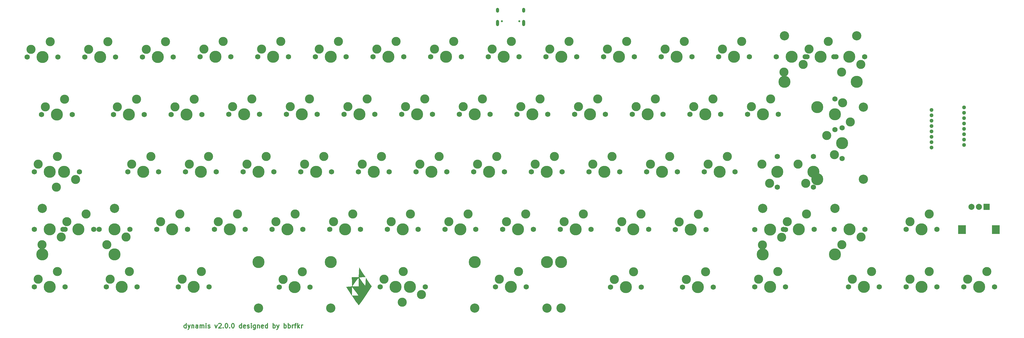
<source format=gbr>
%TF.GenerationSoftware,KiCad,Pcbnew,(6.0.5)*%
%TF.CreationDate,2023-05-18T02:22:56+09:00*%
%TF.ProjectId,dynamis,64796e61-6d69-4732-9e6b-696361645f70,v2.0.0*%
%TF.SameCoordinates,Original*%
%TF.FileFunction,Soldermask,Top*%
%TF.FilePolarity,Negative*%
%FSLAX46Y46*%
G04 Gerber Fmt 4.6, Leading zero omitted, Abs format (unit mm)*
G04 Created by KiCad (PCBNEW (6.0.5)) date 2023-05-18 02:22:56*
%MOMM*%
%LPD*%
G01*
G04 APERTURE LIST*
%ADD10C,0.300000*%
%ADD11C,3.000000*%
%ADD12C,3.987800*%
%ADD13C,1.750000*%
%ADD14C,3.048000*%
%ADD15R,2.000000X2.000000*%
%ADD16C,2.000000*%
%ADD17R,2.500000X3.000000*%
%ADD18C,0.650000*%
%ADD19O,1.000000X2.100000*%
%ADD20O,1.000000X1.600000*%
%ADD21C,1.300000*%
G04 APERTURE END LIST*
D10*
X195628571Y-261178571D02*
X195628571Y-259678571D01*
X195628571Y-261107142D02*
X195485714Y-261178571D01*
X195200000Y-261178571D01*
X195057142Y-261107142D01*
X194985714Y-261035714D01*
X194914285Y-260892857D01*
X194914285Y-260464285D01*
X194985714Y-260321428D01*
X195057142Y-260250000D01*
X195200000Y-260178571D01*
X195485714Y-260178571D01*
X195628571Y-260250000D01*
X196200000Y-260178571D02*
X196557142Y-261178571D01*
X196914285Y-260178571D02*
X196557142Y-261178571D01*
X196414285Y-261535714D01*
X196342857Y-261607142D01*
X196200000Y-261678571D01*
X197485714Y-260178571D02*
X197485714Y-261178571D01*
X197485714Y-260321428D02*
X197557142Y-260250000D01*
X197700000Y-260178571D01*
X197914285Y-260178571D01*
X198057142Y-260250000D01*
X198128571Y-260392857D01*
X198128571Y-261178571D01*
X199485714Y-261178571D02*
X199485714Y-260392857D01*
X199414285Y-260250000D01*
X199271428Y-260178571D01*
X198985714Y-260178571D01*
X198842857Y-260250000D01*
X199485714Y-261107142D02*
X199342857Y-261178571D01*
X198985714Y-261178571D01*
X198842857Y-261107142D01*
X198771428Y-260964285D01*
X198771428Y-260821428D01*
X198842857Y-260678571D01*
X198985714Y-260607142D01*
X199342857Y-260607142D01*
X199485714Y-260535714D01*
X200200000Y-261178571D02*
X200200000Y-260178571D01*
X200200000Y-260321428D02*
X200271428Y-260250000D01*
X200414285Y-260178571D01*
X200628571Y-260178571D01*
X200771428Y-260250000D01*
X200842857Y-260392857D01*
X200842857Y-261178571D01*
X200842857Y-260392857D02*
X200914285Y-260250000D01*
X201057142Y-260178571D01*
X201271428Y-260178571D01*
X201414285Y-260250000D01*
X201485714Y-260392857D01*
X201485714Y-261178571D01*
X202200000Y-261178571D02*
X202200000Y-260178571D01*
X202200000Y-259678571D02*
X202128571Y-259750000D01*
X202200000Y-259821428D01*
X202271428Y-259750000D01*
X202200000Y-259678571D01*
X202200000Y-259821428D01*
X202842857Y-261107142D02*
X202985714Y-261178571D01*
X203271428Y-261178571D01*
X203414285Y-261107142D01*
X203485714Y-260964285D01*
X203485714Y-260892857D01*
X203414285Y-260750000D01*
X203271428Y-260678571D01*
X203057142Y-260678571D01*
X202914285Y-260607142D01*
X202842857Y-260464285D01*
X202842857Y-260392857D01*
X202914285Y-260250000D01*
X203057142Y-260178571D01*
X203271428Y-260178571D01*
X203414285Y-260250000D01*
X205128571Y-260178571D02*
X205485714Y-261178571D01*
X205842857Y-260178571D01*
X206342857Y-259821428D02*
X206414285Y-259750000D01*
X206557142Y-259678571D01*
X206914285Y-259678571D01*
X207057142Y-259750000D01*
X207128571Y-259821428D01*
X207200000Y-259964285D01*
X207200000Y-260107142D01*
X207128571Y-260321428D01*
X206271428Y-261178571D01*
X207200000Y-261178571D01*
X207842857Y-261035714D02*
X207914285Y-261107142D01*
X207842857Y-261178571D01*
X207771428Y-261107142D01*
X207842857Y-261035714D01*
X207842857Y-261178571D01*
X208842857Y-259678571D02*
X208985714Y-259678571D01*
X209128571Y-259750000D01*
X209200000Y-259821428D01*
X209271428Y-259964285D01*
X209342857Y-260250000D01*
X209342857Y-260607142D01*
X209271428Y-260892857D01*
X209200000Y-261035714D01*
X209128571Y-261107142D01*
X208985714Y-261178571D01*
X208842857Y-261178571D01*
X208700000Y-261107142D01*
X208628571Y-261035714D01*
X208557142Y-260892857D01*
X208485714Y-260607142D01*
X208485714Y-260250000D01*
X208557142Y-259964285D01*
X208628571Y-259821428D01*
X208700000Y-259750000D01*
X208842857Y-259678571D01*
X209985714Y-261035714D02*
X210057142Y-261107142D01*
X209985714Y-261178571D01*
X209914285Y-261107142D01*
X209985714Y-261035714D01*
X209985714Y-261178571D01*
X210985714Y-259678571D02*
X211128571Y-259678571D01*
X211271428Y-259750000D01*
X211342857Y-259821428D01*
X211414285Y-259964285D01*
X211485714Y-260250000D01*
X211485714Y-260607142D01*
X211414285Y-260892857D01*
X211342857Y-261035714D01*
X211271428Y-261107142D01*
X211128571Y-261178571D01*
X210985714Y-261178571D01*
X210842857Y-261107142D01*
X210771428Y-261035714D01*
X210700000Y-260892857D01*
X210628571Y-260607142D01*
X210628571Y-260250000D01*
X210700000Y-259964285D01*
X210771428Y-259821428D01*
X210842857Y-259750000D01*
X210985714Y-259678571D01*
X213914285Y-261178571D02*
X213914285Y-259678571D01*
X213914285Y-261107142D02*
X213771428Y-261178571D01*
X213485714Y-261178571D01*
X213342857Y-261107142D01*
X213271428Y-261035714D01*
X213200000Y-260892857D01*
X213200000Y-260464285D01*
X213271428Y-260321428D01*
X213342857Y-260250000D01*
X213485714Y-260178571D01*
X213771428Y-260178571D01*
X213914285Y-260250000D01*
X215200000Y-261107142D02*
X215057142Y-261178571D01*
X214771428Y-261178571D01*
X214628571Y-261107142D01*
X214557142Y-260964285D01*
X214557142Y-260392857D01*
X214628571Y-260250000D01*
X214771428Y-260178571D01*
X215057142Y-260178571D01*
X215200000Y-260250000D01*
X215271428Y-260392857D01*
X215271428Y-260535714D01*
X214557142Y-260678571D01*
X215842857Y-261107142D02*
X215985714Y-261178571D01*
X216271428Y-261178571D01*
X216414285Y-261107142D01*
X216485714Y-260964285D01*
X216485714Y-260892857D01*
X216414285Y-260750000D01*
X216271428Y-260678571D01*
X216057142Y-260678571D01*
X215914285Y-260607142D01*
X215842857Y-260464285D01*
X215842857Y-260392857D01*
X215914285Y-260250000D01*
X216057142Y-260178571D01*
X216271428Y-260178571D01*
X216414285Y-260250000D01*
X217128571Y-261178571D02*
X217128571Y-260178571D01*
X217128571Y-259678571D02*
X217057142Y-259750000D01*
X217128571Y-259821428D01*
X217200000Y-259750000D01*
X217128571Y-259678571D01*
X217128571Y-259821428D01*
X218485714Y-260178571D02*
X218485714Y-261392857D01*
X218414285Y-261535714D01*
X218342857Y-261607142D01*
X218200000Y-261678571D01*
X217985714Y-261678571D01*
X217842857Y-261607142D01*
X218485714Y-261107142D02*
X218342857Y-261178571D01*
X218057142Y-261178571D01*
X217914285Y-261107142D01*
X217842857Y-261035714D01*
X217771428Y-260892857D01*
X217771428Y-260464285D01*
X217842857Y-260321428D01*
X217914285Y-260250000D01*
X218057142Y-260178571D01*
X218342857Y-260178571D01*
X218485714Y-260250000D01*
X219200000Y-260178571D02*
X219200000Y-261178571D01*
X219200000Y-260321428D02*
X219271428Y-260250000D01*
X219414285Y-260178571D01*
X219628571Y-260178571D01*
X219771428Y-260250000D01*
X219842857Y-260392857D01*
X219842857Y-261178571D01*
X221128571Y-261107142D02*
X220985714Y-261178571D01*
X220700000Y-261178571D01*
X220557142Y-261107142D01*
X220485714Y-260964285D01*
X220485714Y-260392857D01*
X220557142Y-260250000D01*
X220700000Y-260178571D01*
X220985714Y-260178571D01*
X221128571Y-260250000D01*
X221200000Y-260392857D01*
X221200000Y-260535714D01*
X220485714Y-260678571D01*
X222485714Y-261178571D02*
X222485714Y-259678571D01*
X222485714Y-261107142D02*
X222342857Y-261178571D01*
X222057142Y-261178571D01*
X221914285Y-261107142D01*
X221842857Y-261035714D01*
X221771428Y-260892857D01*
X221771428Y-260464285D01*
X221842857Y-260321428D01*
X221914285Y-260250000D01*
X222057142Y-260178571D01*
X222342857Y-260178571D01*
X222485714Y-260250000D01*
X224342857Y-261178571D02*
X224342857Y-259678571D01*
X224342857Y-260250000D02*
X224485714Y-260178571D01*
X224771428Y-260178571D01*
X224914285Y-260250000D01*
X224985714Y-260321428D01*
X225057142Y-260464285D01*
X225057142Y-260892857D01*
X224985714Y-261035714D01*
X224914285Y-261107142D01*
X224771428Y-261178571D01*
X224485714Y-261178571D01*
X224342857Y-261107142D01*
X225557142Y-260178571D02*
X225914285Y-261178571D01*
X226271428Y-260178571D02*
X225914285Y-261178571D01*
X225771428Y-261535714D01*
X225700000Y-261607142D01*
X225557142Y-261678571D01*
X227985714Y-261178571D02*
X227985714Y-259678571D01*
X227985714Y-260250000D02*
X228128571Y-260178571D01*
X228414285Y-260178571D01*
X228557142Y-260250000D01*
X228628571Y-260321428D01*
X228700000Y-260464285D01*
X228700000Y-260892857D01*
X228628571Y-261035714D01*
X228557142Y-261107142D01*
X228414285Y-261178571D01*
X228128571Y-261178571D01*
X227985714Y-261107142D01*
X229342857Y-261178571D02*
X229342857Y-259678571D01*
X229342857Y-260250000D02*
X229485714Y-260178571D01*
X229771428Y-260178571D01*
X229914285Y-260250000D01*
X229985714Y-260321428D01*
X230057142Y-260464285D01*
X230057142Y-260892857D01*
X229985714Y-261035714D01*
X229914285Y-261107142D01*
X229771428Y-261178571D01*
X229485714Y-261178571D01*
X229342857Y-261107142D01*
X230700000Y-261178571D02*
X230700000Y-260178571D01*
X230700000Y-260464285D02*
X230771428Y-260321428D01*
X230842857Y-260250000D01*
X230985714Y-260178571D01*
X231128571Y-260178571D01*
X231414285Y-260178571D02*
X231985714Y-260178571D01*
X231628571Y-261178571D02*
X231628571Y-259892857D01*
X231700000Y-259750000D01*
X231842857Y-259678571D01*
X231985714Y-259678571D01*
X232485714Y-261178571D02*
X232485714Y-259678571D01*
X232628571Y-260607142D02*
X233057142Y-261178571D01*
X233057142Y-260178571D02*
X232485714Y-260750000D01*
X233700000Y-261178571D02*
X233700000Y-260178571D01*
X233700000Y-260464285D02*
X233771428Y-260321428D01*
X233842857Y-260250000D01*
X233985714Y-260178571D01*
X234128571Y-260178571D01*
%TO.C,LOGO00*%
G36*
X250313200Y-244376054D02*
G01*
X251473382Y-244376527D01*
X252633564Y-244376999D01*
X252692582Y-242701622D01*
X252751600Y-241026244D01*
X253814129Y-242701622D01*
X254876658Y-244376999D01*
X253864929Y-244376999D01*
X253286606Y-244399347D01*
X252920413Y-244456460D01*
X252853200Y-244500674D01*
X252965302Y-244711334D01*
X253263014Y-245160944D01*
X253688444Y-245763081D01*
X253818400Y-245941555D01*
X254783600Y-247258761D01*
X254885200Y-245884960D01*
X254986800Y-244511158D01*
X255948454Y-245960311D01*
X256910108Y-247409465D01*
X254877416Y-250516032D01*
X254220981Y-251508569D01*
X253633694Y-252376405D01*
X253153848Y-253064569D01*
X252819735Y-253518088D01*
X252672472Y-253681429D01*
X252512388Y-253538316D01*
X252172065Y-253104856D01*
X251689358Y-252433622D01*
X251102125Y-251577188D01*
X250477691Y-250633429D01*
X250373253Y-250473000D01*
X250414800Y-250473000D01*
X251430800Y-250473000D01*
X252010541Y-250453093D01*
X252378389Y-250402197D01*
X252446800Y-250362401D01*
X252332389Y-250160436D01*
X252027864Y-249719657D01*
X251591281Y-249123077D01*
X251430800Y-248909698D01*
X250414800Y-247567593D01*
X250414800Y-250473000D01*
X250373253Y-250473000D01*
X248481848Y-247567593D01*
X248455162Y-247526600D01*
X249450644Y-247464637D01*
X250446126Y-247402675D01*
X250441675Y-247301325D01*
X250618000Y-247301325D01*
X250800859Y-247371893D01*
X251268374Y-247416670D01*
X251634000Y-247425000D01*
X252650000Y-247425000D01*
X252650000Y-246002600D01*
X252641836Y-245301441D01*
X252620354Y-244793406D01*
X252590063Y-244581310D01*
X252587590Y-244580200D01*
X252440509Y-244731814D01*
X252133128Y-245122679D01*
X251734910Y-245656830D01*
X251315316Y-246238298D01*
X250943810Y-246771119D01*
X250689852Y-247159324D01*
X250618000Y-247301325D01*
X250441675Y-247301325D01*
X250379663Y-245889364D01*
X250313200Y-244376054D01*
G37*
%TD*%
D11*
%TO.C,SW09_00*%
X412235000Y-176480000D03*
D12*
X414775000Y-171400000D03*
D13*
X409695000Y-171400000D03*
D11*
X418585000Y-173940000D03*
D13*
X419855000Y-171400000D03*
%TD*%
%TO.C,SW03_02*%
X185870000Y-228550000D03*
D11*
X187140000Y-226010000D03*
D13*
X196030000Y-228550000D03*
D12*
X190950000Y-228550000D03*
D11*
X193490000Y-223470000D03*
%TD*%
%TO.C,SW03_00*%
X147935000Y-233630000D03*
D13*
X155555000Y-228550000D03*
X145395000Y-228550000D03*
D12*
X150475000Y-228550000D03*
D11*
X154285000Y-231090000D03*
%TD*%
D12*
%TO.C,SW01_03*%
X214775000Y-190450000D03*
D11*
X217315000Y-185370000D03*
D13*
X219855000Y-190450000D03*
D11*
X210965000Y-187910000D03*
D13*
X209695000Y-190450000D03*
%TD*%
%TO.C,SW07_03*%
X347770000Y-209500000D03*
X357930000Y-209500000D03*
D11*
X349040000Y-206960000D03*
D12*
X352850000Y-209500000D03*
D11*
X355390000Y-204420000D03*
%TD*%
D13*
%TO.C,SW09_04*%
X424630000Y-247600000D03*
D11*
X422090000Y-242520000D03*
X415740000Y-245060000D03*
D13*
X414470000Y-247600000D03*
D12*
X419550000Y-247600000D03*
%TD*%
D13*
%TO.C,SW02_05*%
X262680000Y-209500000D03*
D11*
X260140000Y-204420000D03*
D13*
X252520000Y-209500000D03*
D12*
X257600000Y-209500000D03*
D11*
X253790000Y-206960000D03*
%TD*%
%TO.C,SW05_03*%
X334790000Y-168860000D03*
D12*
X338600000Y-171400000D03*
D11*
X341140000Y-166320000D03*
D13*
X343680000Y-171400000D03*
X333520000Y-171400000D03*
%TD*%
%TO.C,SW07_01*%
X390975000Y-214580000D03*
D11*
X385895000Y-206960000D03*
D13*
X390975000Y-204420000D03*
D12*
X390975000Y-209500000D03*
D11*
X388435000Y-213310000D03*
%TD*%
D14*
%TO.C,SWRS_L01*%
X386137000Y-221565000D03*
D13*
X392995000Y-228550000D03*
D12*
X386137000Y-236805000D03*
D11*
X400615000Y-223470000D03*
D12*
X410013000Y-236805000D03*
D11*
X394265000Y-226010000D03*
D14*
X410013000Y-221565000D03*
D12*
X398075000Y-228550000D03*
D13*
X403155000Y-228550000D03*
%TD*%
%TO.C,SW05_01*%
X381755000Y-171400000D03*
D12*
X376675000Y-171400000D03*
D11*
X372865000Y-168860000D03*
D13*
X371595000Y-171400000D03*
D11*
X379215000Y-166320000D03*
%TD*%
%TO.C,SWLS_L01*%
X162515000Y-223470000D03*
D12*
X171913000Y-236805000D03*
D13*
X165055000Y-228550000D03*
D11*
X156165000Y-226010000D03*
D13*
X154895000Y-228550000D03*
D12*
X159975000Y-228550000D03*
X148037000Y-236805000D03*
D14*
X171913000Y-221565000D03*
X148037000Y-221565000D03*
%TD*%
D11*
%TO.C,SW02_06*%
X272840000Y-206960000D03*
D13*
X271570000Y-209500000D03*
D12*
X276650000Y-209500000D03*
D11*
X279190000Y-204420000D03*
D13*
X281730000Y-209500000D03*
%TD*%
D11*
%TO.C,SW09_05*%
X384790000Y-245060000D03*
X391140000Y-242520000D03*
D13*
X393680000Y-247600000D03*
D12*
X388600000Y-247600000D03*
D13*
X383520000Y-247600000D03*
%TD*%
D11*
%TO.C,SWSP_L04*%
X266985000Y-252679450D03*
D12*
X219525100Y-239344450D03*
X269525000Y-247599450D03*
D14*
X319524900Y-254584450D03*
D12*
X319524900Y-239344450D03*
D14*
X219525100Y-254584450D03*
D13*
X274605000Y-247599450D03*
D11*
X273335000Y-250139450D03*
D13*
X264445000Y-247599450D03*
%TD*%
%TO.C,SW06_04*%
X323970000Y-190450000D03*
D12*
X329050000Y-190450000D03*
D11*
X331590000Y-185370000D03*
D13*
X334130000Y-190450000D03*
D11*
X325240000Y-187910000D03*
%TD*%
%TO.C,SW02_03*%
X222040000Y-204420000D03*
D12*
X219500000Y-209500000D03*
D13*
X224580000Y-209500000D03*
X214420000Y-209500000D03*
D11*
X215690000Y-206960000D03*
%TD*%
D12*
%TO.C,SWLS_S01*%
X171900000Y-228550000D03*
D11*
X169360000Y-233630000D03*
D13*
X166820000Y-228550000D03*
D11*
X175710000Y-231090000D03*
D13*
X176980000Y-228550000D03*
%TD*%
D11*
%TO.C,SWSP_S04*%
X260965000Y-245060000D03*
X267315000Y-242520000D03*
D13*
X269855000Y-247600000D03*
D12*
X264775000Y-247600000D03*
D13*
X259695000Y-247600000D03*
%TD*%
%TO.C,SW00_04*%
X219220000Y-171400000D03*
D11*
X226840000Y-166320000D03*
D12*
X224300000Y-171400000D03*
D11*
X220490000Y-168860000D03*
D13*
X229380000Y-171400000D03*
%TD*%
D12*
%TO.C,SW01_04*%
X233800000Y-190450000D03*
D11*
X236340000Y-185370000D03*
D13*
X228720000Y-190450000D03*
D11*
X229990000Y-187910000D03*
D13*
X238880000Y-190450000D03*
%TD*%
%TO.C,SW06_02*%
X372255000Y-190450000D03*
X362095000Y-190450000D03*
D11*
X369715000Y-185370000D03*
D12*
X367175000Y-190450000D03*
D11*
X363365000Y-187910000D03*
%TD*%
%TO.C,SW09_03*%
X441140000Y-242520000D03*
D13*
X433520000Y-247600000D03*
X443680000Y-247600000D03*
D12*
X438600000Y-247600000D03*
D11*
X434790000Y-245060000D03*
%TD*%
D12*
%TO.C,SW08_00*%
X414800000Y-228550000D03*
D11*
X418610000Y-231090000D03*
X412260000Y-233630000D03*
D13*
X409720000Y-228550000D03*
X419880000Y-228550000D03*
%TD*%
D11*
%TO.C,SWBS_S00*%
X393185000Y-176480000D03*
X399535000Y-173940000D03*
D13*
X390645000Y-171400000D03*
X400805000Y-171400000D03*
D12*
X395725000Y-171400000D03*
%TD*%
%TO.C,SW02_01*%
X181425000Y-209500000D03*
D11*
X177615000Y-206960000D03*
D13*
X186505000Y-209500000D03*
X176345000Y-209500000D03*
D11*
X183965000Y-204420000D03*
%TD*%
D13*
%TO.C,SW07_05*%
X319830000Y-209500000D03*
X309670000Y-209500000D03*
D11*
X317290000Y-204420000D03*
X310940000Y-206960000D03*
D12*
X314750000Y-209500000D03*
%TD*%
%TO.C,SW00_02*%
X186225000Y-171425000D03*
D13*
X181145000Y-171425000D03*
D11*
X182415000Y-168885000D03*
X188765000Y-166345000D03*
D13*
X191305000Y-171425000D03*
%TD*%
D11*
%TO.C,SW01_00*%
X149065000Y-187935000D03*
D12*
X152875000Y-190475000D03*
D13*
X157955000Y-190475000D03*
D11*
X155415000Y-185395000D03*
D13*
X147795000Y-190475000D03*
%TD*%
%TO.C,SW06_01*%
X391305000Y-190450000D03*
D11*
X388765000Y-185370000D03*
D12*
X386225000Y-190450000D03*
D11*
X382415000Y-187910000D03*
D13*
X381145000Y-190450000D03*
%TD*%
D11*
%TO.C,SW02_02*%
X203015000Y-204420000D03*
D13*
X205555000Y-209500000D03*
D11*
X196665000Y-206960000D03*
D12*
X200475000Y-209500000D03*
D13*
X195395000Y-209500000D03*
%TD*%
D11*
%TO.C,SW05_04*%
X315740000Y-168860000D03*
D12*
X319550000Y-171400000D03*
D13*
X314470000Y-171400000D03*
D11*
X322090000Y-166320000D03*
D13*
X324630000Y-171400000D03*
%TD*%
D15*
%TO.C,RE0*%
X460125000Y-221100000D03*
D16*
X455125000Y-221100000D03*
X457625000Y-221100000D03*
D17*
X463225000Y-228600000D03*
X452025000Y-228600000D03*
%TD*%
D12*
%TO.C,SW05_02*%
X357650000Y-171400000D03*
D13*
X352570000Y-171400000D03*
D11*
X360190000Y-166320000D03*
X353840000Y-168860000D03*
D13*
X362730000Y-171400000D03*
%TD*%
D11*
%TO.C,SW04_06*%
X337145000Y-245085000D03*
D13*
X335875000Y-247625000D03*
D12*
X340955000Y-247625000D03*
D11*
X343495000Y-242545000D03*
D13*
X346035000Y-247625000D03*
%TD*%
%TO.C,SW01_06*%
X276980000Y-190450000D03*
D11*
X274440000Y-185370000D03*
D12*
X271900000Y-190450000D03*
D11*
X268090000Y-187910000D03*
D13*
X266820000Y-190450000D03*
%TD*%
%TO.C,SW08_06*%
X281120000Y-228550000D03*
X291280000Y-228550000D03*
D11*
X282390000Y-226010000D03*
D12*
X286200000Y-228550000D03*
D11*
X288740000Y-223470000D03*
%TD*%
D14*
%TO.C,SWET_IS00*%
X419410000Y-188037000D03*
D12*
X404170000Y-188037000D03*
D13*
X412425000Y-194895000D03*
D12*
X404170000Y-211913000D03*
X412425000Y-199975000D03*
D13*
X412425000Y-205055000D03*
D11*
X409885000Y-203785000D03*
X407345000Y-197435000D03*
D14*
X419410000Y-211913000D03*
%TD*%
D13*
%TO.C,SW07_02*%
X376980000Y-209500000D03*
D11*
X368090000Y-206960000D03*
D13*
X366820000Y-209500000D03*
D11*
X374440000Y-204420000D03*
D12*
X371900000Y-209500000D03*
%TD*%
%TO.C,SW04_05*%
X314813000Y-239345000D03*
X290937000Y-239345000D03*
D13*
X307955000Y-247600000D03*
D14*
X314813000Y-254585000D03*
D12*
X302875000Y-247600000D03*
D14*
X290937000Y-254585000D03*
D11*
X305415000Y-242520000D03*
X299065000Y-245060000D03*
D13*
X297795000Y-247600000D03*
%TD*%
D11*
%TO.C,SW03_05*%
X250665000Y-223470000D03*
D12*
X248125000Y-228550000D03*
D13*
X253205000Y-228550000D03*
D11*
X244315000Y-226010000D03*
D13*
X243045000Y-228550000D03*
%TD*%
%TO.C,SW03_03*%
X204920000Y-228550000D03*
D11*
X206190000Y-226010000D03*
D13*
X215080000Y-228550000D03*
D11*
X212540000Y-223470000D03*
D12*
X210000000Y-228550000D03*
%TD*%
D13*
%TO.C,SW05_05*%
X295420000Y-171400000D03*
X305580000Y-171400000D03*
D11*
X296690000Y-168860000D03*
X303040000Y-166320000D03*
D12*
X300500000Y-171400000D03*
%TD*%
D11*
%TO.C,SW09_02*%
X460190000Y-242520000D03*
X453840000Y-245060000D03*
D12*
X457650000Y-247600000D03*
D13*
X462730000Y-247600000D03*
X452570000Y-247600000D03*
%TD*%
%TO.C,SW04_01*%
X169220000Y-247600000D03*
X179380000Y-247600000D03*
D12*
X174300000Y-247600000D03*
D11*
X176840000Y-242520000D03*
X170490000Y-245060000D03*
%TD*%
D12*
%TO.C,SW08_03*%
X343350000Y-228550000D03*
D13*
X348430000Y-228550000D03*
D11*
X339540000Y-226010000D03*
X345890000Y-223470000D03*
D13*
X338270000Y-228550000D03*
%TD*%
D11*
%TO.C,SW00_06*%
X258590000Y-168860000D03*
D13*
X267480000Y-171400000D03*
X257320000Y-171400000D03*
D11*
X264940000Y-166320000D03*
D12*
X262400000Y-171400000D03*
%TD*%
D13*
%TO.C,SW01_02*%
X200830000Y-190475000D03*
D11*
X191940000Y-187935000D03*
D13*
X190670000Y-190475000D03*
D12*
X195750000Y-190475000D03*
D11*
X198290000Y-185395000D03*
%TD*%
%TO.C,SWCL_N00*%
X159035000Y-212040000D03*
X152685000Y-214580000D03*
D13*
X160305000Y-209500000D03*
X150145000Y-209500000D03*
D12*
X155225000Y-209500000D03*
%TD*%
%TO.C,SW04_02*%
X198100000Y-247600000D03*
D13*
X203180000Y-247600000D03*
D11*
X200640000Y-242520000D03*
D13*
X193020000Y-247600000D03*
D11*
X194290000Y-245060000D03*
%TD*%
%TO.C,SW06_06*%
X287140000Y-187910000D03*
X293490000Y-185370000D03*
D12*
X290950000Y-190450000D03*
D13*
X285870000Y-190450000D03*
X296030000Y-190450000D03*
%TD*%
%TO.C,SW03_04*%
X234155000Y-228550000D03*
X223995000Y-228550000D03*
D12*
X229075000Y-228550000D03*
D11*
X225265000Y-226010000D03*
X231615000Y-223470000D03*
%TD*%
D13*
%TO.C,SW06_03*%
X353180000Y-190450000D03*
X343020000Y-190450000D03*
D12*
X348100000Y-190450000D03*
D11*
X350640000Y-185370000D03*
X344290000Y-187910000D03*
%TD*%
D12*
%TO.C,SW07_04*%
X333800000Y-209500000D03*
D11*
X336340000Y-204420000D03*
D13*
X338880000Y-209500000D03*
D11*
X329990000Y-206960000D03*
D13*
X328720000Y-209500000D03*
%TD*%
D12*
%TO.C,SW06_05*%
X310000000Y-190450000D03*
D13*
X304920000Y-190450000D03*
D11*
X312540000Y-185370000D03*
D13*
X315080000Y-190450000D03*
D11*
X306190000Y-187910000D03*
%TD*%
D13*
%TO.C,SW08_02*%
X367455000Y-228575000D03*
D11*
X358565000Y-226035000D03*
D13*
X357295000Y-228575000D03*
D12*
X362375000Y-228575000D03*
D11*
X364915000Y-223495000D03*
%TD*%
%TO.C,SW01_05*%
X255390000Y-185370000D03*
D13*
X247770000Y-190450000D03*
D12*
X252850000Y-190450000D03*
D11*
X249040000Y-187910000D03*
D13*
X257930000Y-190450000D03*
%TD*%
D11*
%TO.C,SW08_05*%
X301440000Y-226010000D03*
D12*
X305250000Y-228550000D03*
D13*
X300170000Y-228550000D03*
D11*
X307790000Y-223470000D03*
D13*
X310330000Y-228550000D03*
%TD*%
%TO.C,SWRS_S01*%
X393680000Y-228575000D03*
X383520000Y-228575000D03*
D11*
X392410000Y-231115000D03*
D12*
X388600000Y-228575000D03*
D11*
X386060000Y-233655000D03*
%TD*%
%TO.C,SW05_06*%
X283990000Y-166320000D03*
X277640000Y-168860000D03*
D13*
X286530000Y-171400000D03*
D12*
X281450000Y-171400000D03*
D13*
X276370000Y-171400000D03*
%TD*%
D12*
%TO.C,SW09_06*%
X364760000Y-247615000D03*
D11*
X367300000Y-242535000D03*
X360950000Y-245075000D03*
D13*
X359680000Y-247615000D03*
X369840000Y-247615000D03*
%TD*%
D12*
%TO.C,SW04_03*%
X231435000Y-247605000D03*
D14*
X243373000Y-254590000D03*
D13*
X226355000Y-247605000D03*
X236515000Y-247605000D03*
D14*
X219497000Y-254590000D03*
D12*
X219497000Y-239350000D03*
X243373000Y-239350000D03*
D11*
X227625000Y-245065000D03*
X233975000Y-242525000D03*
%TD*%
D12*
%TO.C,SW06_00*%
X410025000Y-190450000D03*
D13*
X410025000Y-195530000D03*
X410025000Y-185370000D03*
D11*
X412565000Y-186640000D03*
X415105000Y-192990000D03*
%TD*%
%TO.C,SW01_01*%
X172865000Y-187935000D03*
D13*
X181755000Y-190475000D03*
D11*
X179215000Y-185395000D03*
D13*
X171595000Y-190475000D03*
D12*
X176675000Y-190475000D03*
%TD*%
D11*
%TO.C,SW09_01*%
X441140000Y-223470000D03*
D12*
X438600000Y-228550000D03*
D13*
X443680000Y-228550000D03*
X433520000Y-228550000D03*
D11*
X434790000Y-226010000D03*
%TD*%
%TO.C,SW04_00*%
X146665000Y-245060000D03*
D13*
X145395000Y-247600000D03*
X155555000Y-247600000D03*
D12*
X150475000Y-247600000D03*
D11*
X153015000Y-242520000D03*
%TD*%
D13*
%TO.C,SW08_04*%
X329380000Y-228550000D03*
D11*
X326840000Y-223470000D03*
D12*
X324300000Y-228550000D03*
D13*
X319220000Y-228550000D03*
D11*
X320490000Y-226010000D03*
%TD*%
D12*
%TO.C,SW00_01*%
X167150000Y-171425000D03*
D11*
X169690000Y-166345000D03*
D13*
X172230000Y-171425000D03*
D11*
X163340000Y-168885000D03*
D13*
X162070000Y-171425000D03*
%TD*%
%TO.C,SW07_06*%
X300780000Y-209500000D03*
D11*
X291890000Y-206960000D03*
D12*
X295700000Y-209500000D03*
D13*
X290620000Y-209500000D03*
D11*
X298240000Y-204420000D03*
%TD*%
%TO.C,SWET_AN00*%
X397795000Y-206960000D03*
D13*
X402875000Y-214580000D03*
X402875000Y-204420000D03*
D12*
X402875000Y-209500000D03*
D11*
X400335000Y-213310000D03*
%TD*%
D12*
%TO.C,SW03_06*%
X267175000Y-228550000D03*
D11*
X269715000Y-223470000D03*
D13*
X262095000Y-228550000D03*
X272255000Y-228550000D03*
D11*
X263365000Y-226010000D03*
%TD*%
D13*
%TO.C,SWBS_L00*%
X410330000Y-171400550D03*
D12*
X417188000Y-179655550D03*
D11*
X401440000Y-168860550D03*
D13*
X400170000Y-171400550D03*
D14*
X393312000Y-164415550D03*
D12*
X405250000Y-171400550D03*
D14*
X417188000Y-164415550D03*
D11*
X407790000Y-166320550D03*
D12*
X393312000Y-179655550D03*
%TD*%
D11*
%TO.C,SWCL_S00*%
X153015000Y-204420000D03*
X146665000Y-206960000D03*
D13*
X155555000Y-209500000D03*
D12*
X150475000Y-209500000D03*
D13*
X145395000Y-209500000D03*
%TD*%
D12*
%TO.C,SW02_04*%
X238550000Y-209500000D03*
D11*
X241090000Y-204420000D03*
D13*
X233470000Y-209500000D03*
X243630000Y-209500000D03*
D11*
X234740000Y-206960000D03*
%TD*%
%TO.C,SW00_00*%
X150640000Y-166345000D03*
X144290000Y-168885000D03*
D12*
X148100000Y-171425000D03*
D13*
X153180000Y-171425000D03*
X143020000Y-171425000D03*
%TD*%
%TO.C,SW00_05*%
X248430000Y-171400000D03*
X238270000Y-171400000D03*
D11*
X245890000Y-166320000D03*
X239540000Y-168860000D03*
D12*
X243350000Y-171400000D03*
%TD*%
D11*
%TO.C,SW00_03*%
X207815000Y-166320000D03*
D13*
X210355000Y-171400000D03*
X200195000Y-171400000D03*
D11*
X201465000Y-168860000D03*
D12*
X205275000Y-171400000D03*
%TD*%
D18*
%TO.C,J0*%
X305740000Y-159625000D03*
X299960000Y-159625000D03*
D19*
X307170000Y-160155000D03*
D20*
X298530000Y-155975000D03*
X307170000Y-155975000D03*
D19*
X298530000Y-160155000D03*
%TD*%
D21*
%TO.C,U1*%
X441950000Y-201450000D03*
X441950000Y-199670000D03*
X441950000Y-197890000D03*
X441950000Y-196110000D03*
X441950000Y-194330000D03*
X441950000Y-192550000D03*
X441950000Y-190770000D03*
X441950000Y-188990000D03*
X452650000Y-188100000D03*
X452650000Y-189880000D03*
X452650000Y-191660000D03*
X452650000Y-193440000D03*
X452650000Y-195220000D03*
X452650000Y-197000000D03*
X452650000Y-198780000D03*
X452650000Y-200560000D03*
%TD*%
M02*

</source>
